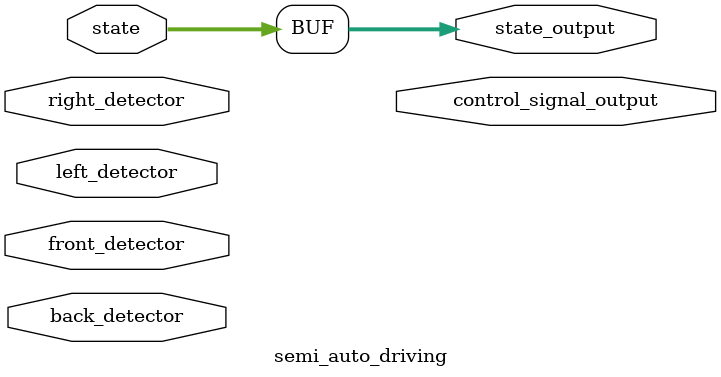
<source format=v>
`timescale 1ns / 1ps


module semi_auto_driving(
//input [31:0] cnt,  Ê±ÐòÂß¼­ÐÅºÅµÈ
input [3:0]state,
output reg [3:0] state_output,
output [3:0] control_signal_output,

input front_detector,
input back_detector,
input left_detector,
input right_detector
    );
     parameter   SEMI_AUTO     =   4'b0101;
       //TODO other states in semi auto  5-9
       //...
    
    always@(state)begin
    if(state < 4'h5 || state > 4'h9)
        state_output <= state;
    else begin
        casex(state)
        //TODO fill something
        //.....
        default state_output <= state; 
        endcase
        end
    end
    //TODO any other opeartions 
    //...
endmodule

</source>
